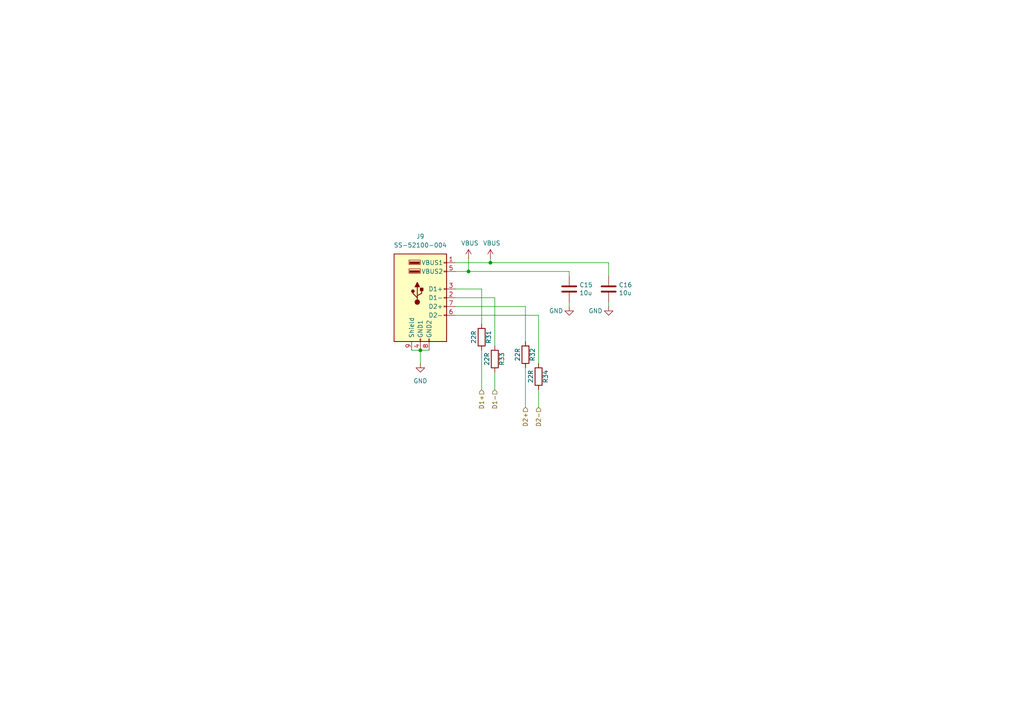
<source format=kicad_sch>
(kicad_sch (version 20250114) (generator "eeschema") (generator_version "9.0")
  (paper "A4")
  (title_block (title "${NAME}") (date "2025-04-30") (rev "${VERSION}") (company "Mikhail Matveev") (comment 1 "https://github.com/rh1tech/echo"))
  (lib_symbols
    (symbol "Connector:USB_A_Stacked" (pin_names (offset 1.016))
      (property "Reference" "J" (at 0 15.875 0))
      (property "Value" "USB_A_Stacked" (at 0 13.97 0))
      (symbol "USB_A_Stacked_0_1"
        (rectangle (start -7.62 12.7) (end 7.62 -12.7) (stroke (width 0.254)) (fill (type background)))
        (circle (center -2.159 1.905) (radius 0.381) (stroke (width 0.254)) (fill (type outline)))
        (polyline (pts (xy -1.524 3.175) (xy -0.254 3.175) (xy -0.889 4.445) (xy -1.524 3.175)) (stroke (width 0.254)) (fill (type outline)))
        (polyline (pts (xy -0.889 0) (xy -0.889 0.635) (xy 0.381 1.27) (xy 0.381 2.54)) (stroke (width 0.254)))
        (polyline (pts (xy -0.889 -0.635) (xy -0.889 0) (xy -2.159 1.27) (xy -2.159 1.905)) (stroke (width 0.254)))
        (circle (center -0.889 -1.27) (radius 0.635) (stroke (width 0.254)) (fill (type outline)))
        (rectangle (start -0.254 9.906) (end -3.048 10.414) (fill (type outline)))
        (rectangle (start -0.254 7.366) (end -3.048 7.874) (fill (type outline)))
        (rectangle (start -0.127 -12.7) (end 0.127 -11.938))
        (rectangle (start 0 9.652) (end -3.302 10.922))
        (rectangle (start 0 7.112) (end -3.302 8.382))
        (rectangle (start 0 2.794) (end 0.762 2.032) (stroke (width 0.254)) (fill (type outline)))
        (rectangle (start 2.413 -12.7) (end 2.667 -11.938))
        (rectangle (start 7.62 10.033) (end 6.858 10.287))
        (rectangle (start 7.62 7.493) (end 6.858 7.747))
        (rectangle (start 7.62 2.413) (end 6.858 2.667))
        (rectangle (start 7.62 -0.127) (end 6.858 0.127))
        (rectangle (start 7.62 -2.667) (end 6.858 -2.413))
        (rectangle (start 7.62 -5.207) (end 6.858 -4.953))
      )
      (symbol "USB_A_Stacked_1_1"
        (polyline (pts (xy -0.889 0.635) (xy -0.889 3.175)) (stroke (width 0.254)))
        (pin passive line (at -2.54 -15.24 90) (length 2.54) (name "Shield") (number "9"))
        (pin power_in line (at 0 -15.24 90) (length 2.54) (name "GND1") (number "4"))
        (pin power_in line (at 2.54 -15.24 90) (length 2.54) (name "GND2") (number "8"))
        (pin power_in line (at 10.16 10.16 180) (length 2.54) (name "VBUS1") (number "1"))
        (pin power_in line (at 10.16 7.62 180) (length 2.54) (name "VBUS2") (number "5"))
        (pin bidirectional line (at 10.16 2.54 180) (length 2.54) (name "D1+") (number "3"))
        (pin bidirectional line (at 10.16 0 180) (length 2.54) (name "D1-") (number "2"))
        (pin bidirectional line (at 10.16 -2.54 180) (length 2.54) (name "D2+") (number "7"))
        (pin bidirectional line (at 10.16 -5.08 180) (length 2.54) (name "D2-") (number "6"))
      )
    )
    (symbol "Device:C" (pin_numbers (hide yes)) (pin_names (offset 0.254))
      (property "Reference" "C" (at 0.635 2.54 0))
      (property "Value" "C" (at 0.635 -2.54 0))
      (symbol "C_0_1"
        (polyline (pts (xy -2.032 0.762) (xy 2.032 0.762)) (stroke (width 0.508)))
        (polyline (pts (xy -2.032 -0.762) (xy 2.032 -0.762)) (stroke (width 0.508)))
      )
      (symbol "C_1_1"
        (pin passive line (at 0 3.81 270) (length 2.794) (name "~") (number "1"))
        (pin passive line (at 0 -3.81 90) (length 2.794) (name "~") (number "2"))
      )
    )
    (symbol "Device:R" (pin_numbers (hide yes)) (pin_names (offset 0))
      (property "Reference" "R" (at 2.032 0 90))
      (property "Value" "R" (at 0 0 90))
      (symbol "R_0_1"
        (rectangle (start -1.016 -2.54) (end 1.016 2.54) (stroke (width 0.254)))
      )
      (symbol "R_1_1"
        (pin passive line (at 0 3.81 270) (length 1.27) (name "~") (number "1"))
        (pin passive line (at 0 -3.81 90) (length 1.27) (name "~") (number "2"))
      )
    )
    (symbol "GND_1" (power) (pin_numbers (hide yes)) (pin_names (offset 0) (hide yes))
      (property "Value" "GND" (at 0 -3.81 0))
      (symbol "GND_1_0_1"
        (polyline (pts (xy 0 0) (xy 0 -1.27) (xy 1.27 -1.27) (xy 0 -2.54) (xy -1.27 -1.27) (xy 0 -1.27)))
      )
      (symbol "GND_1_1_1"
        (pin power_in line (at 0 0 270) (length 0) (name "~") (number "1"))
      )
    )
    (symbol "GND_2" (power) (pin_numbers (hide yes)) (pin_names (offset 0) (hide yes))
      (property "Value" "GND" (at 0 -3.81 0))
      (symbol "GND_2_0_1"
        (polyline (pts (xy 0 0) (xy 0 -1.27) (xy 1.27 -1.27) (xy 0 -2.54) (xy -1.27 -1.27) (xy 0 -1.27)))
      )
      (symbol "GND_2_1_1"
        (pin power_in line (at 0 0 270) (length 0) (name "~") (number "1"))
      )
    )
    (symbol "VBUS_1" (power) (pin_numbers (hide yes)) (pin_names (offset 0) (hide yes))
      (property "Value" "VBUS" (at 0 3.556 0))
      (symbol "VBUS_1_0_1"
        (polyline (pts (xy -0.762 1.27) (xy 0 2.54)))
        (polyline (pts (xy 0 2.54) (xy 0.762 1.27)))
        (polyline (pts (xy 0 0) (xy 0 2.54)))
      )
      (symbol "VBUS_1_1_1"
        (pin power_in line (at 0 0 90) (length 0) (name "~") (number "1"))
      )
    )
    (symbol "power:GND" (power) (pin_numbers (hide yes)) (pin_names (offset 0) (hide yes))
      (property "Value" "GND" (at 0 -3.81 0))
      (symbol "GND_0_1"
        (polyline (pts (xy 0 0) (xy 0 -1.27) (xy 1.27 -1.27) (xy 0 -2.54) (xy -1.27 -1.27) (xy 0 -1.27)))
      )
      (symbol "GND_1_1"
        (pin power_in line (at 0 0 270) (length 0) (name "~") (number "1"))
      )
    )
    (symbol "power:VBUS" (power) (pin_numbers (hide yes)) (pin_names (offset 0) (hide yes))
      (property "Value" "VBUS" (at 0 3.556 0))
      (symbol "VBUS_0_1"
        (polyline (pts (xy -0.762 1.27) (xy 0 2.54)))
        (polyline (pts (xy 0 2.54) (xy 0.762 1.27)))
        (polyline (pts (xy 0 0) (xy 0 2.54)))
      )
      (symbol "VBUS_1_1"
        (pin power_in line (at 0 0 90) (length 0) (name "~") (number "1"))
      )
    )
  )
  (junction (at 142.24 76.2))
  (junction (at 135.89 78.74))
  (junction (at 121.92 101.6))
  (wire (pts (xy 142.24 74.93) (xy 142.24 76.2)))
  (wire (pts (xy 139.7 83.82) (xy 139.7 93.98)))
  (wire (pts (xy 132.08 91.44) (xy 156.21 91.44)))
  (wire (pts (xy 132.08 88.9) (xy 152.4 88.9)))
  (wire (pts (xy 135.89 78.74) (xy 165.1 78.74)))
  (wire (pts (xy 139.7 101.6) (xy 139.7 113.03)))
  (wire (pts (xy 165.1 87.63) (xy 165.1 88.9)))
  (wire (pts (xy 156.21 91.44) (xy 156.21 105.41)))
  (wire (pts (xy 176.53 87.63) (xy 176.53 88.9)))
  (wire (pts (xy 119.38 101.6) (xy 121.92 101.6)))
  (wire (pts (xy 143.51 86.36) (xy 143.51 100.33)))
  (wire (pts (xy 152.4 106.68) (xy 152.4 118.11)))
  (wire (pts (xy 165.1 78.74) (xy 165.1 80.01)))
  (wire (pts (xy 121.92 101.6) (xy 121.92 105.41)))
  (wire (pts (xy 132.08 86.36) (xy 143.51 86.36)))
  (wire (pts (xy 176.53 80.01) (xy 176.53 76.2)))
  (wire (pts (xy 156.21 113.03) (xy 156.21 118.11)))
  (wire (pts (xy 121.92 101.6) (xy 124.46 101.6)))
  (wire (pts (xy 135.89 74.93) (xy 135.89 78.74)))
  (wire (pts (xy 142.24 76.2) (xy 176.53 76.2)))
  (wire (pts (xy 132.08 78.74) (xy 135.89 78.74)))
  (wire (pts (xy 143.51 107.95) (xy 143.51 113.03)))
  (wire (pts (xy 132.08 76.2) (xy 142.24 76.2)))
  (wire (pts (xy 132.08 83.82) (xy 139.7 83.82)))
  (wire (pts (xy 152.4 88.9) (xy 152.4 99.06)))
  (hierarchical_label "D2+" (shape input) (at 152.4 118.11 270))
  (hierarchical_label "D1-" (shape input) (at 143.51 113.03 270))
  (hierarchical_label "D1+" (shape input) (at 139.7 113.03 270))
  (hierarchical_label "D2-" (shape input) (at 156.21 118.11 270))
  (symbol (lib_id "Connector:USB_A_Stacked") (at 121.92 86.36 0) (unit 1)
    (property "Reference" "J9" (at 121.92 68.58 0))
    (property "Value" "SS-52100-004" (at 121.92 71.12 0))
    (property "Footprint" "FRANK:USB Type A (stacked)" (effects (hide yes)))
    (property "Datasheet" "https://www.belfuse.com/resources/datasheets/stewartconnector/ds-stw-usb-2.0-and-3.0-connectors.pdf" (effects (hide yes)))
    (property "Description" "USB Type A connector, stacked" (effects (hide yes)))
    (property "AliExpress" "https://www.aliexpress.com/item/1005007077769791.html" (effects (hide yes)))
  )
  (symbol (lib_id "Device:C") (at 165.1 83.82 0) (unit 1)
    (property "Reference" "C15" (at 168.021 82.6516 0) (effects (justify left)))
    (property "Value" "10u" (at 168.021 84.963 0) (effects (justify left)))
    (property "Footprint" "FRANK:Capacitor (0805)" (effects (hide yes)))
    (property "Datasheet" "https://eu.mouser.com/datasheet/2/447/KEM_C1075_X7R_HT_SMD-3316221.pdf" (effects (hide yes)))
    (property "AliExpress" "https://www.aliexpress.com/item/33008008276.html" (effects (hide yes)))
  )
  (symbol (lib_id "Device:R") (at 143.51 104.14 0) (mirror x) (unit 1)
    (property "Reference" "R33" (at 145.542 104.14 90))
    (property "Value" "22R" (at 141.224 104.14 90))
    (property "Footprint" "FRANK:Resistor (0805)" (effects (hide yes)))
    (property "Datasheet" "https://www.vishay.com/docs/28952/mcs0402at-mct0603at-mcu0805at-mca1206at.pdf" (effects (hide yes)))
    (property "AliExpress" "https://www.aliexpress.com/item/1005005945735199.html" (effects (hide yes)))
  )
  (symbol (lib_id "Device:C") (at 176.53 83.82 0) (unit 1)
    (property "Reference" "C16" (at 179.451 82.6516 0) (effects (justify left)))
    (property "Value" "10u" (at 179.451 84.963 0) (effects (justify left)))
    (property "Footprint" "FRANK:Capacitor (0805)" (effects (hide yes)))
    (property "Datasheet" "https://eu.mouser.com/datasheet/2/447/KEM_C1075_X7R_HT_SMD-3316221.pdf" (effects (hide yes)))
    (property "AliExpress" "https://www.aliexpress.com/item/33008008276.html" (effects (hide yes)))
  )
  (symbol (lib_name "VBUS_1") (lib_id "power:VBUS") (at 135.89 74.93 0) (unit 1)
    (property "Reference" "#PWR051" (effects (hide yes)))
    (property "Value" "VBUS" (at 136.271 70.5358 0))
    (property "Description" "Power symbol creates a global label with name \"VBUS\"" (effects (hide yes)))
  )
  (symbol (lib_id "power:GND") (at 165.1 88.9 0) (unit 1)
    (property "Reference" "#PWR053" (effects (hide yes)))
    (property "Value" "GND" (at 161.29 90.17 0))
    (property "Description" "Power symbol creates a global label with name \"GND\" , ground" (effects (hide yes)))
  )
  (symbol (lib_id "Device:R") (at 152.4 102.87 0) (mirror x) (unit 1)
    (property "Reference" "R32" (at 154.432 102.87 90))
    (property "Value" "22R" (at 150.114 102.87 90))
    (property "Footprint" "FRANK:Resistor (0805)" (effects (hide yes)))
    (property "Datasheet" "https://www.vishay.com/docs/28952/mcs0402at-mct0603at-mcu0805at-mca1206at.pdf" (effects (hide yes)))
    (property "AliExpress" "https://www.aliexpress.com/item/1005005945735199.html" (effects (hide yes)))
  )
  (symbol (lib_name "GND_2") (lib_id "power:GND") (at 176.53 88.9 0) (unit 1)
    (property "Reference" "#PWR054" (effects (hide yes)))
    (property "Value" "GND" (at 172.72 90.17 0))
    (property "Description" "Power symbol creates a global label with name \"GND\" , ground" (effects (hide yes)))
  )
  (symbol (lib_id "Device:R") (at 139.7 97.79 0) (mirror x) (unit 1)
    (property "Reference" "R31" (at 141.732 97.79 90))
    (property "Value" "22R" (at 137.414 97.79 90))
    (property "Footprint" "FRANK:Resistor (0805)" (effects (hide yes)))
    (property "Datasheet" "https://www.vishay.com/docs/28952/mcs0402at-mct0603at-mcu0805at-mca1206at.pdf" (effects (hide yes)))
    (property "AliExpress" "https://www.aliexpress.com/item/1005005945735199.html" (effects (hide yes)))
  )
  (symbol (lib_id "power:VBUS") (at 142.24 74.93 0) (unit 1)
    (property "Reference" "#PWR052" (effects (hide yes)))
    (property "Value" "VBUS" (at 142.621 70.5358 0))
    (property "Description" "Power symbol creates a global label with name \"VBUS\"" (effects (hide yes)))
  )
  (symbol (lib_name "GND_1") (lib_id "power:GND") (at 121.92 105.41 0) (unit 1)
    (property "Reference" "#PWR055" (effects (hide yes)))
    (property "Value" "GND" (at 121.92 110.49 0))
    (property "Description" "Power symbol creates a global label with name \"GND\" , ground" (effects (hide yes)))
  )
  (symbol (lib_id "Device:R") (at 156.21 109.22 0) (mirror x) (unit 1)
    (property "Reference" "R34" (at 158.242 109.22 90))
    (property "Value" "22R" (at 153.924 109.22 90))
    (property "Footprint" "FRANK:Resistor (0805)" (effects (hide yes)))
    (property "Datasheet" "https://www.vishay.com/docs/28952/mcs0402at-mct0603at-mcu0805at-mca1206at.pdf" (effects (hide yes)))
    (property "AliExpress" "https://www.aliexpress.com/item/1005005945735199.html" (effects (hide yes)))
  )
)
</source>
